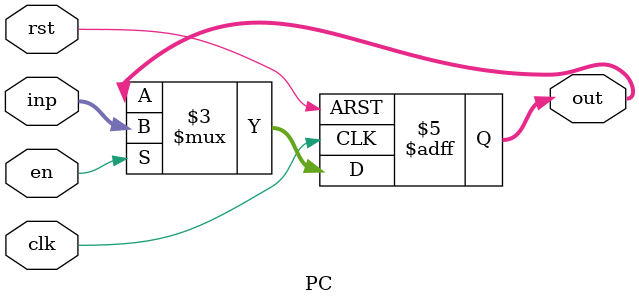
<source format=v>
module PC(en,inp,out,rst,clk);
    input rst,clk,en;
    input[31:0] inp;
    output reg[31:0] out;
    always @(posedge clk, posedge rst) begin
        if(rst)
            out = 32'b0;
        else if(en)
            out = inp;
    end
endmodule
</source>
